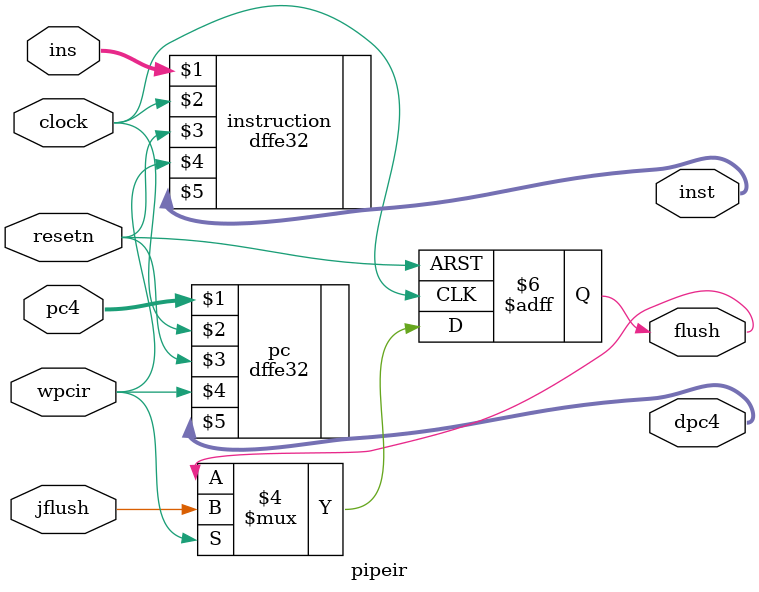
<source format=v>
module pipeir ( pc4,ins,wpcir, jflush, clock,resetn,dpc4,inst, flush);
    input [31:0] pc4, ins;
    input wpcir, clock, resetn, jflush;
    output [31:0] dpc4, inst;
    output flush;
    wire jflush;
    reg flush;

    dffe32 pc (pc4, clock, resetn, wpcir, dpc4);
    dffe32 instruction (ins, clock, resetn, wpcir, inst);
    // dffe32 flush_a_cycle (jflush, clock, resetn, wpcir, flush);
   always @ (negedge resetn or posedge clock)
      if (resetn == 0) begin
         flush <= 0;
      end else begin
         if (wpcir == 1) flush <= jflush;
      end
endmodule
</source>
